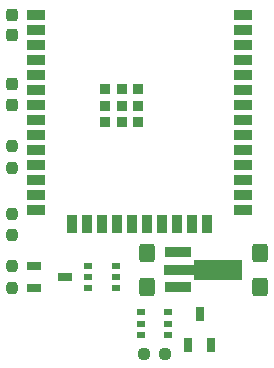
<source format=gtp>
%TF.GenerationSoftware,KiCad,Pcbnew,7.0.5-7.0.5~ubuntu22.04.1*%
%TF.CreationDate,2023-06-05T10:06:39+02:00*%
%TF.ProjectId,BatMon,4261744d-6f6e-42e6-9b69-6361645f7063,rev?*%
%TF.SameCoordinates,Original*%
%TF.FileFunction,Paste,Top*%
%TF.FilePolarity,Positive*%
%FSLAX46Y46*%
G04 Gerber Fmt 4.6, Leading zero omitted, Abs format (unit mm)*
G04 Created by KiCad (PCBNEW 7.0.5-7.0.5~ubuntu22.04.1) date 2023-06-05 10:06:39*
%MOMM*%
%LPD*%
G01*
G04 APERTURE LIST*
G04 Aperture macros list*
%AMRoundRect*
0 Rectangle with rounded corners*
0 $1 Rounding radius*
0 $2 $3 $4 $5 $6 $7 $8 $9 X,Y pos of 4 corners*
0 Add a 4 corners polygon primitive as box body*
4,1,4,$2,$3,$4,$5,$6,$7,$8,$9,$2,$3,0*
0 Add four circle primitives for the rounded corners*
1,1,$1+$1,$2,$3*
1,1,$1+$1,$4,$5*
1,1,$1+$1,$6,$7*
1,1,$1+$1,$8,$9*
0 Add four rect primitives between the rounded corners*
20,1,$1+$1,$2,$3,$4,$5,0*
20,1,$1+$1,$4,$5,$6,$7,0*
20,1,$1+$1,$6,$7,$8,$9,0*
20,1,$1+$1,$8,$9,$2,$3,0*%
%AMFreePoly0*
4,1,9,5.362500,-0.866500,1.237500,-0.866500,1.237500,-0.450000,-1.237500,-0.450000,-1.237500,0.450000,1.237500,0.450000,1.237500,0.866500,5.362500,0.866500,5.362500,-0.866500,5.362500,-0.866500,$1*%
G04 Aperture macros list end*
%ADD10R,1.500000X0.900000*%
%ADD11R,0.900000X1.500000*%
%ADD12R,0.900000X0.900000*%
%ADD13RoundRect,0.237500X-0.250000X-0.237500X0.250000X-0.237500X0.250000X0.237500X-0.250000X0.237500X0*%
%ADD14RoundRect,0.237500X-0.237500X0.250000X-0.237500X-0.250000X0.237500X-0.250000X0.237500X0.250000X0*%
%ADD15R,1.220000X0.650000*%
%ADD16RoundRect,0.237500X0.237500X-0.250000X0.237500X0.250000X-0.237500X0.250000X-0.237500X-0.250000X0*%
%ADD17RoundRect,0.237500X0.237500X-0.300000X0.237500X0.300000X-0.237500X0.300000X-0.237500X-0.300000X0*%
%ADD18R,0.700000X0.510000*%
%ADD19RoundRect,0.250000X0.425000X-0.537500X0.425000X0.537500X-0.425000X0.537500X-0.425000X-0.537500X0*%
%ADD20R,2.300000X0.900000*%
%ADD21FreePoly0,0.000000*%
%ADD22R,0.650000X1.220000*%
%ADD23RoundRect,0.237500X-0.237500X0.287500X-0.237500X-0.287500X0.237500X-0.287500X0.237500X0.287500X0*%
G04 APERTURE END LIST*
D10*
X123330000Y-57150000D03*
X123330000Y-58420000D03*
X123330000Y-59690000D03*
X123330000Y-60960000D03*
X123330000Y-62230000D03*
X123330000Y-63500000D03*
X123330000Y-64770000D03*
X123330000Y-66040000D03*
X123330000Y-67310000D03*
X123330000Y-68580000D03*
X123330000Y-69850000D03*
X123330000Y-71120000D03*
X123330000Y-72390000D03*
X123330000Y-73660000D03*
D11*
X126370000Y-74910000D03*
X127640000Y-74910000D03*
X128910000Y-74910000D03*
X130180000Y-74910000D03*
X131450000Y-74910000D03*
X132720000Y-74910000D03*
X133990000Y-74910000D03*
X135260000Y-74910000D03*
X136530000Y-74910000D03*
X137800000Y-74910000D03*
D10*
X140830000Y-73660000D03*
X140830000Y-72390000D03*
X140830000Y-71120000D03*
X140830000Y-69850000D03*
X140830000Y-68580000D03*
X140830000Y-67310000D03*
X140830000Y-66040000D03*
X140830000Y-64770000D03*
X140830000Y-63500000D03*
X140830000Y-62230000D03*
X140830000Y-60960000D03*
X140830000Y-59690000D03*
X140830000Y-58420000D03*
X140830000Y-57150000D03*
D12*
X129180000Y-63470000D03*
X129180000Y-64870000D03*
X129180000Y-66270000D03*
X130580000Y-63470000D03*
X130580000Y-64870000D03*
X130580000Y-66270000D03*
X131980000Y-63470000D03*
X131980000Y-64870000D03*
X131980000Y-66270000D03*
D13*
X132437500Y-85852000D03*
X134262500Y-85852000D03*
D14*
X121285000Y-68302500D03*
X121285000Y-70127500D03*
D15*
X123150000Y-78425000D03*
X123150000Y-80325000D03*
X125770000Y-79375000D03*
D16*
X121285000Y-80287500D03*
X121285000Y-78462500D03*
D17*
X121285000Y-58875000D03*
X121285000Y-57150000D03*
D18*
X130065000Y-80325000D03*
X130065000Y-79375000D03*
X130065000Y-78425000D03*
X127745000Y-78425000D03*
X127745000Y-79375000D03*
X127745000Y-80325000D03*
D19*
X142240000Y-80177500D03*
X142240000Y-77302500D03*
D20*
X135345000Y-77240000D03*
D21*
X135432500Y-78740000D03*
D20*
X135345000Y-80240000D03*
D19*
X132715000Y-80177500D03*
X132715000Y-77302500D03*
D18*
X134510000Y-84262000D03*
X134510000Y-83312000D03*
X134510000Y-82362000D03*
X132190000Y-82362000D03*
X132190000Y-83312000D03*
X132190000Y-84262000D03*
D22*
X136210000Y-85130000D03*
X138110000Y-85130000D03*
X137160000Y-82510000D03*
D14*
X121285000Y-74017500D03*
X121285000Y-75842500D03*
D23*
X121285000Y-63020000D03*
X121285000Y-64770000D03*
M02*

</source>
